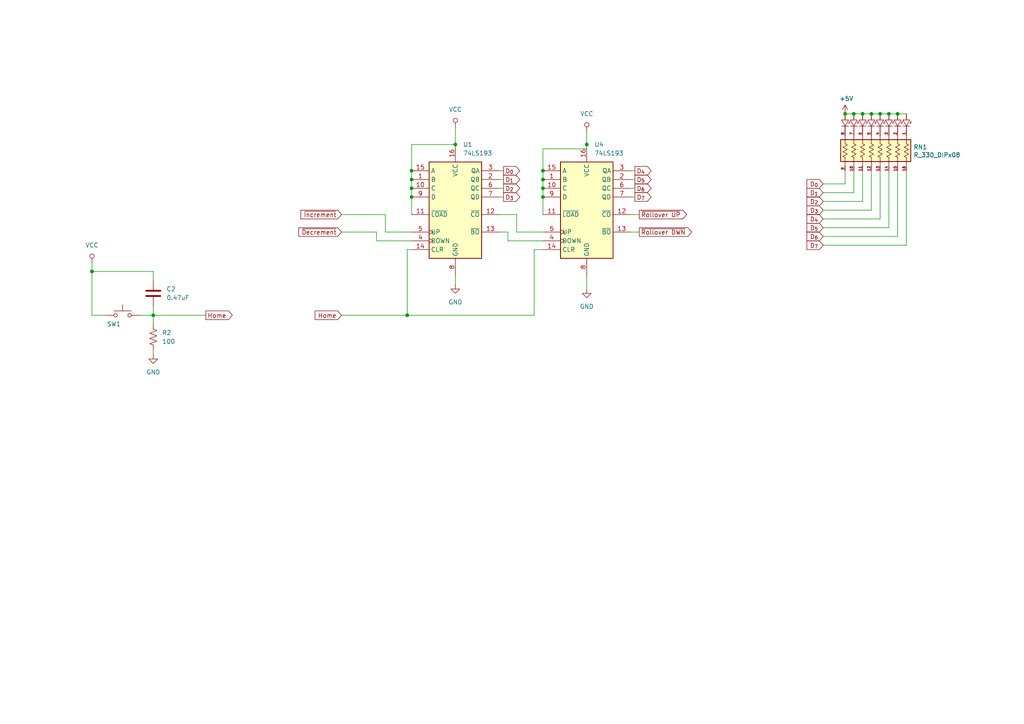
<source format=kicad_sch>
(kicad_sch (version 20230121) (generator eeschema)
  (paper "A4")
  (lib_symbols
    (symbol "00TJR:LED_small" (pin_numbers hide) (pin_names (offset 1.016) hide)
      (symbol "LED_small_0_1"
        (polyline (pts (xy -1.016 -2.286) (xy 1.016 -2.286)))
        (polyline (pts (xy 1.016 -1.27) (xy 1.4224 -0.8636)))
        (polyline (pts (xy 1.0414 -1.651) (xy 1.4478 -1.2446)))
        (polyline (pts (xy 0 -0.2032) (xy 0 -0.5334) (xy -0.0254 -0.5334)))
        (polyline (pts (xy -1.016 -0.508) (xy 1.016 -0.508) (xy 0 -2.286) (xy -1.016 -0.508)))
      )
      (symbol "LED_small_1_1"
        (pin passive line (at 0 -3.81 90) (length 1.4986) (name "K") (number "1"))
        (pin passive line (at 0 1.27 270) (length 1.4986) (name "A") (number "2"))
      )
    )
    (symbol "00TJR:R_Pack08_US" (pin_names (offset 0) hide)
      (property "Reference" "RN" (at -1.27 -11.43 0))
      (property "Value" "R_Pack08_US" (at -1.27 11.43 0))
      (symbol "R_Pack08_US_0_1"
        (polyline (pts (xy -3.81 -8.89) (xy -2.794 -8.89)))
        (polyline (pts (xy -3.81 -6.35) (xy -2.794 -6.35)))
        (polyline (pts (xy -3.81 -3.81) (xy -2.794 -3.81)))
        (polyline (pts (xy -3.81 -1.27) (xy -2.794 -1.27)))
        (polyline (pts (xy -3.81 1.27) (xy -2.794 1.27)))
        (polyline (pts (xy -3.81 3.81) (xy -2.794 3.81)))
        (polyline (pts (xy -3.81 6.35) (xy -2.794 6.35)))
        (polyline (pts (xy -3.81 8.89) (xy -2.794 8.89)))
        (polyline (pts (xy 1.2192 3.81) (xy 2.54 3.81)))
        (polyline (pts (xy 1.2192 6.35) (xy 2.54 6.35)))
        (polyline (pts (xy 1.2192 8.89) (xy 2.54 8.89)))
        (polyline (pts (xy 2.54 -8.89) (xy 1.2192 -8.89)))
        (polyline (pts (xy 2.54 -6.35) (xy 1.2192 -6.35)))
        (polyline (pts (xy 2.54 -3.81) (xy 1.2192 -3.81)))
        (polyline (pts (xy 2.54 -1.27) (xy 1.2192 -1.27)))
        (polyline (pts (xy 2.54 1.27) (xy 1.2192 1.27)))
        (polyline (pts (xy 3.81 -8.89) (xy 2.54 -8.89)))
        (polyline (pts (xy 3.81 -6.35) (xy 2.54 -6.35)))
        (polyline (pts (xy 3.81 -3.81) (xy 2.54 -3.81)))
        (polyline (pts (xy 3.81 -1.27) (xy 2.54 -1.27)))
        (polyline (pts (xy 3.81 1.27) (xy 2.54 1.27)))
        (polyline (pts (xy 3.81 3.81) (xy 2.54 3.81)))
        (polyline (pts (xy 3.81 6.35) (xy 2.54 6.35)))
        (polyline (pts (xy 3.81 8.89) (xy 2.54 8.89)))
        (polyline (pts (xy -2.7432 -8.89) (xy -2.413 -8.255) (xy -1.7526 -9.525) (xy -1.0922 -8.255) (xy -0.4318 -9.525) (xy 0.2286 -8.255) (xy 0.889 -9.525) (xy 1.2192 -8.89)))
        (polyline (pts (xy -2.7432 -6.35) (xy -2.413 -5.715) (xy -1.7526 -6.985) (xy -1.0922 -5.715) (xy -0.4318 -6.985) (xy 0.2286 -5.715) (xy 0.889 -6.985) (xy 1.2192 -6.35)))
        (polyline (pts (xy -2.7432 -3.81) (xy -2.413 -3.175) (xy -1.7526 -4.445) (xy -1.0922 -3.175) (xy -0.4318 -4.445) (xy 0.2286 -3.175) (xy 0.889 -4.445) (xy 1.2192 -3.81)))
        (polyline (pts (xy -2.7432 -1.27) (xy -2.413 -0.635) (xy -1.7526 -1.905) (xy -1.0922 -0.635) (xy -0.4318 -1.905) (xy 0.2286 -0.635) (xy 0.889 -1.905) (xy 1.2192 -1.27)))
        (polyline (pts (xy -2.7432 1.27) (xy -2.413 1.905) (xy -1.7526 0.635) (xy -1.0922 1.905) (xy -0.4318 0.635) (xy 0.2286 1.905) (xy 0.889 0.635) (xy 1.2192 1.27)))
        (polyline (pts (xy -2.7432 3.81) (xy -2.413 4.445) (xy -1.7526 3.175) (xy -1.0922 4.445) (xy -0.4318 3.175) (xy 0.2286 4.445) (xy 0.889 3.175) (xy 1.2192 3.81)))
        (polyline (pts (xy -2.7432 6.35) (xy -2.413 6.985) (xy -1.7526 5.715) (xy -1.0922 6.985) (xy -0.4318 5.715) (xy 0.2286 6.985) (xy 0.889 5.715) (xy 1.2192 6.35)))
        (polyline (pts (xy -2.7432 8.89) (xy -2.413 9.525) (xy -1.7526 8.255) (xy -1.0922 9.525) (xy -0.4318 8.255) (xy 0.2286 9.525) (xy 0.889 8.255) (xy 1.2192 8.89)))
        (rectangle (start 2.413 -10.16) (end -3.937 10.16) (stroke (width 0.254)) (fill (type background)))
      )
      (symbol "R_Pack08_US_1_1"
        (polyline (pts (xy -5.08 -8.89) (xy -3.7592 -8.89)))
        (polyline (pts (xy -5.08 -6.35) (xy -3.7592 -6.35)))
        (polyline (pts (xy -5.08 -3.81) (xy -3.7592 -3.81)))
        (polyline (pts (xy -5.08 -1.27) (xy -3.7592 -1.27)))
        (polyline (pts (xy -5.08 1.27) (xy -3.7592 1.27)))
        (polyline (pts (xy -3.7592 3.81) (xy -5.08 3.81)))
        (polyline (pts (xy -3.7592 6.35) (xy -5.08 6.35)))
        (polyline (pts (xy -3.7592 8.89) (xy -5.08 8.89)))
        (pin passive line (at -6.35 8.89 0) (length 1.27) (name "1") (number "1"))
        (pin passive line (at 5.08 -6.35 180) (length 1.27) (name "10") (number "10"))
        (pin passive line (at 5.08 -3.81 180) (length 1.27) (name "11") (number "11"))
        (pin passive line (at 5.08 -1.27 180) (length 1.27) (name "12") (number "12"))
        (pin passive line (at 5.08 1.27 180) (length 1.27) (name "13") (number "13"))
        (pin passive line (at 5.08 3.81 180) (length 1.27) (name "14") (number "14"))
        (pin passive line (at 5.08 6.35 180) (length 1.27) (name "15") (number "15"))
        (pin passive line (at 5.08 8.89 180) (length 1.27) (name "16") (number "16"))
        (pin passive line (at -6.35 6.35 0) (length 1.27) (name "2") (number "2"))
        (pin passive line (at -6.35 3.81 0) (length 1.27) (name "3") (number "3"))
        (pin passive line (at -6.35 1.27 0) (length 1.27) (name "4") (number "4"))
        (pin passive line (at -6.35 -1.27 0) (length 1.27) (name "5") (number "5"))
        (pin passive line (at -6.35 -3.81 0) (length 1.27) (name "6") (number "6"))
        (pin passive line (at -6.35 -6.35 0) (length 1.27) (name "7") (number "7"))
        (pin passive line (at -6.35 -8.89 0) (length 1.27) (name "8") (number "8"))
        (pin passive line (at 5.08 -8.89 180) (length 1.27) (name "9") (number "9"))
      )
    )
    (symbol "BJT-Amps-cache:power_VCC" (power) (pin_names (offset 0))
      (property "Value" "power_VCC" (at 0 3.81 0))
      (symbol "power_VCC_0_1"
        (polyline (pts (xy 0 0) (xy 0 1.27)))
        (circle (center 0 1.905) (radius 0.635))
      )
      (symbol "power_VCC_1_1"
        (pin power_in line (at 0 0 90) (length 0) hide (name "VCC") (number "1"))
      )
    )
    (symbol "F2018-cache:C" (pin_numbers hide) (pin_names (offset 0.254))
      (property "Reference" "C" (at 0.635 2.54 0))
      (property "Value" "C" (at 0.635 -2.54 0))
      (symbol "C_0_1"
        (polyline (pts (xy -2.032 -0.762) (xy 2.032 -0.762)) (stroke (width 0.508)))
        (polyline (pts (xy -2.032 0.762) (xy 2.032 0.762)) (stroke (width 0.508)))
      )
      (symbol "C_1_1"
        (pin passive line (at 0 3.81 270) (length 2.794) (name "~") (number "1"))
        (pin passive line (at 0 -3.81 90) (length 2.794) (name "~") (number "2"))
      )
    )
    (symbol "F2018-cache:GND" (power) (pin_names (offset 0))
      (property "Value" "GND" (at 0 -3.81 0))
      (symbol "GND_0_1"
        (polyline (pts (xy 0 0) (xy 0 -1.27) (xy 1.27 -1.27) (xy 0 -2.54) (xy -1.27 -1.27) (xy 0 -1.27)))
      )
      (symbol "GND_1_1"
        (pin power_in line (at 0 0 270) (length 0) hide (name "GND") (number "1"))
      )
    )
    (symbol "S2020-cache:74LS193"
      (property "Reference" "U" (at -7.62 13.97 0))
      (property "Value" "74LS193" (at 5.08 13.97 0))
      (symbol "74LS193_1_0"
        (pin input line (at -12.7 7.62 0) (length 5.08) (name "B") (number "1"))
        (pin input line (at -12.7 5.08 0) (length 5.08) (name "C") (number "10"))
        (pin input line (at -12.7 -2.54 0) (length 5.08) (name "~{LOAD}") (number "11"))
        (pin output line (at 12.7 -2.54 180) (length 5.08) (name "~{CO}") (number "12"))
        (pin output line (at 12.7 -7.62 180) (length 5.08) (name "~{BO}") (number "13"))
        (pin input line (at -12.7 -12.7 0) (length 5.08) (name "CLR") (number "14"))
        (pin input line (at -12.7 10.16 0) (length 5.08) (name "A") (number "15"))
        (pin power_in line (at 0 17.78 270) (length 5.08) (name "VCC") (number "16"))
        (pin output line (at 12.7 7.62 180) (length 5.08) (name "QB") (number "2"))
        (pin output line (at 12.7 10.16 180) (length 5.08) (name "QA") (number "3"))
        (pin input clock (at -12.7 -10.16 0) (length 5.08) (name "DOWN") (number "4"))
        (pin input clock (at -12.7 -7.62 0) (length 5.08) (name "UP") (number "5"))
        (pin output line (at 12.7 5.08 180) (length 5.08) (name "QC") (number "6"))
        (pin output line (at 12.7 2.54 180) (length 5.08) (name "QD") (number "7"))
        (pin power_in line (at 0 -20.32 90) (length 5.08) (name "GND") (number "8"))
        (pin input line (at -12.7 2.54 0) (length 5.08) (name "D") (number "9"))
      )
      (symbol "74LS193_1_1"
        (rectangle (start -7.62 12.7) (end 7.62 -15.24) (stroke (width 0.254)) (fill (type background)))
      )
    )
    (symbol "S2020-cache:Device_R_US" (pin_numbers hide) (pin_names (offset 0))
      (property "Reference" "R" (at 2.54 0 90))
      (property "Value" "Device_R_US" (at -2.54 0 90))
      (symbol "Device_R_US_0_1"
        (polyline (pts (xy 0 -2.286) (xy 0 -2.54)))
        (polyline (pts (xy 0 2.286) (xy 0 2.54)))
        (polyline (pts (xy 0 -0.762) (xy 1.016 -1.143) (xy 0 -1.524) (xy -1.016 -1.905) (xy 0 -2.286)))
        (polyline (pts (xy 0 0.762) (xy 1.016 0.381) (xy 0 0) (xy -1.016 -0.381) (xy 0 -0.762)))
        (polyline (pts (xy 0 2.286) (xy 1.016 1.905) (xy 0 1.524) (xy -1.016 1.143) (xy 0 0.762)))
      )
      (symbol "Device_R_US_1_1"
        (pin passive line (at 0 3.81 270) (length 1.27) (name "~") (number "1"))
        (pin passive line (at 0 -3.81 90) (length 1.27) (name "~") (number "2"))
      )
    )
    (symbol "S2020-cache:Switch_SW_Push" (pin_numbers hide) (pin_names (offset 1.016) hide)
      (property "Reference" "SW" (at 1.27 2.54 0))
      (property "Value" "Switch_SW_Push" (at 0 -1.524 0))
      (symbol "Switch_SW_Push_0_1"
        (circle (center -2.032 0) (radius 0.508))
        (polyline (pts (xy 0 1.27) (xy 0 3.048)))
        (polyline (pts (xy 2.54 1.27) (xy -2.54 1.27)))
        (circle (center 2.032 0) (radius 0.508))
        (pin passive line (at -5.08 0 0) (length 2.54) (name "1") (number "1"))
        (pin passive line (at 5.08 0 180) (length 2.54) (name "2") (number "2"))
      )
    )
    (symbol "power:+5V" (power) (pin_names (offset 0))
      (property "Value" "power_+5V" (at 0 3.556 0))
      (symbol "+5V_0_1"
        (polyline (pts (xy -0.762 1.27) (xy 0 2.54)))
        (polyline (pts (xy 0 0) (xy 0 2.54)))
        (polyline (pts (xy 0 2.54) (xy 0.762 1.27)))
      )
      (symbol "+5V_1_1"
        (pin power_in line (at 0 0 90) (length 0) hide (name "+5V") (number "1"))
      )
    )
  )
  (junction (at 157.48 52.07))
  (junction (at 255.27 33.02))
  (junction (at 157.48 49.53))
  (junction (at 118.11 91.44))
  (junction (at 257.81 33.02))
  (junction (at 119.38 52.07))
  (junction (at 26.67 78.74))
  (junction (at 119.38 57.15))
  (junction (at 252.73 33.02))
  (junction (at 119.38 54.61))
  (junction (at 132.08 41.91))
  (junction (at 44.45 91.44))
  (junction (at 170.18 41.91))
  (junction (at 157.48 54.61))
  (junction (at 119.38 49.53))
  (junction (at 247.65 33.02))
  (junction (at 157.48 57.15))
  (junction (at 250.19 33.02))
  (junction (at 260.35 33.02))
  (junction (at 245.11 33.02))
  (wire (pts (xy 238.76 71.12) (xy 262.89 71.12)))
  (wire (pts (xy 255.27 63.5) (xy 255.27 49.53)))
  (wire (pts (xy 185.42 62.23) (xy 182.88 62.23)))
  (wire (pts (xy 252.73 33.02) (xy 250.19 33.02)))
  (wire (pts (xy 238.76 68.58) (xy 260.35 68.58)))
  (wire (pts (xy 154.94 72.39) (xy 157.48 72.39)))
  (wire (pts (xy 99.06 91.44) (xy 118.11 91.44)))
  (wire (pts (xy 252.73 60.96) (xy 252.73 49.53)))
  (wire (pts (xy 157.48 43.18) (xy 170.18 43.18)))
  (wire (pts (xy 257.81 66.04) (xy 257.81 49.53)))
  (wire (pts (xy 182.88 49.53) (xy 184.15 49.53)))
  (wire (pts (xy 44.45 102.87) (xy 44.45 101.6)))
  (wire (pts (xy 144.78 54.61) (xy 146.05 54.61)))
  (wire (pts (xy 118.11 72.39) (xy 118.11 91.44)))
  (wire (pts (xy 119.38 57.15) (xy 119.38 54.61)))
  (wire (pts (xy 109.22 69.85) (xy 119.38 69.85)))
  (wire (pts (xy 238.76 63.5) (xy 255.27 63.5)))
  (wire (pts (xy 182.88 52.07) (xy 184.15 52.07)))
  (wire (pts (xy 245.11 53.34) (xy 245.11 49.53)))
  (wire (pts (xy 59.69 91.44) (xy 44.45 91.44)))
  (wire (pts (xy 149.86 67.31) (xy 157.48 67.31)))
  (wire (pts (xy 170.18 41.91) (xy 170.18 43.18)))
  (wire (pts (xy 260.35 68.58) (xy 260.35 49.53)))
  (wire (pts (xy 170.18 38.1) (xy 170.18 41.91)))
  (wire (pts (xy 147.32 67.31) (xy 144.78 67.31)))
  (wire (pts (xy 250.19 33.02) (xy 247.65 33.02)))
  (wire (pts (xy 119.38 62.23) (xy 119.38 57.15)))
  (wire (pts (xy 26.67 78.74) (xy 26.67 91.44)))
  (wire (pts (xy 260.35 33.02) (xy 257.81 33.02)))
  (wire (pts (xy 147.32 67.31) (xy 147.32 69.85)))
  (wire (pts (xy 157.48 57.15) (xy 157.48 62.23)))
  (wire (pts (xy 26.67 78.74) (xy 44.45 78.74)))
  (wire (pts (xy 247.65 33.02) (xy 245.11 33.02)))
  (wire (pts (xy 238.76 55.88) (xy 247.65 55.88)))
  (wire (pts (xy 250.19 58.42) (xy 250.19 49.53)))
  (wire (pts (xy 111.76 67.31) (xy 119.38 67.31)))
  (wire (pts (xy 255.27 33.02) (xy 252.73 33.02)))
  (wire (pts (xy 257.81 33.02) (xy 255.27 33.02)))
  (wire (pts (xy 44.45 81.28) (xy 44.45 78.74)))
  (wire (pts (xy 238.76 58.42) (xy 250.19 58.42)))
  (wire (pts (xy 157.48 54.61) (xy 157.48 57.15)))
  (wire (pts (xy 182.88 54.61) (xy 184.15 54.61)))
  (wire (pts (xy 149.86 62.23) (xy 144.78 62.23)))
  (wire (pts (xy 26.67 91.44) (xy 30.48 91.44)))
  (wire (pts (xy 44.45 88.9) (xy 44.45 91.44)))
  (wire (pts (xy 154.94 72.39) (xy 154.94 91.44)))
  (wire (pts (xy 157.48 52.07) (xy 157.48 54.61)))
  (wire (pts (xy 170.18 83.82) (xy 170.18 80.01)))
  (wire (pts (xy 157.48 49.53) (xy 157.48 52.07)))
  (wire (pts (xy 40.64 91.44) (xy 44.45 91.44)))
  (wire (pts (xy 149.86 62.23) (xy 149.86 67.31)))
  (wire (pts (xy 262.89 33.02) (xy 260.35 33.02)))
  (wire (pts (xy 262.89 71.12) (xy 262.89 49.53)))
  (wire (pts (xy 157.48 49.53) (xy 157.48 43.18)))
  (wire (pts (xy 185.42 67.31) (xy 182.88 67.31)))
  (wire (pts (xy 182.88 57.15) (xy 184.15 57.15)))
  (wire (pts (xy 26.67 76.2) (xy 26.67 78.74)))
  (wire (pts (xy 147.32 69.85) (xy 157.48 69.85)))
  (wire (pts (xy 144.78 57.15) (xy 146.05 57.15)))
  (wire (pts (xy 238.76 53.34) (xy 245.11 53.34)))
  (wire (pts (xy 144.78 52.07) (xy 146.05 52.07)))
  (wire (pts (xy 119.38 49.53) (xy 119.38 41.91)))
  (wire (pts (xy 111.76 62.23) (xy 111.76 67.31)))
  (wire (pts (xy 119.38 54.61) (xy 119.38 52.07)))
  (wire (pts (xy 109.22 67.31) (xy 109.22 69.85)))
  (wire (pts (xy 44.45 93.98) (xy 44.45 91.44)))
  (wire (pts (xy 118.11 72.39) (xy 119.38 72.39)))
  (wire (pts (xy 144.78 49.53) (xy 146.05 49.53)))
  (wire (pts (xy 119.38 41.91) (xy 132.08 41.91)))
  (wire (pts (xy 238.76 60.96) (xy 252.73 60.96)))
  (wire (pts (xy 99.06 62.23) (xy 111.76 62.23)))
  (wire (pts (xy 132.08 36.83) (xy 132.08 41.91)))
  (wire (pts (xy 247.65 55.88) (xy 247.65 49.53)))
  (wire (pts (xy 118.11 91.44) (xy 154.94 91.44)))
  (wire (pts (xy 119.38 52.07) (xy 119.38 49.53)))
  (wire (pts (xy 132.08 82.55) (xy 132.08 80.01)))
  (wire (pts (xy 238.76 66.04) (xy 257.81 66.04)))
  (wire (pts (xy 99.06 67.31) (xy 109.22 67.31)))
  (global_label "D_{7}" (shape input) (at 238.76 71.12 180) (property "Intersheetrefs" "${INTERSHEET_REFS}" (effects hide)))
  (global_label "Home" (shape input) (at 99.06 91.44 180) (property "Intersheetrefs" "${INTERSHEET_REFS}" (effects hide)))
  (global_label "D_{7}" (shape output) (at 184.15 57.15 0) (property "Intersheetrefs" "${INTERSHEET_REFS}" (effects hide)))
  (global_label "D_{1}" (shape input) (at 238.76 55.88 180) (property "Intersheetrefs" "${INTERSHEET_REFS}" (effects hide)))
  (global_label "D_{0}" (shape output) (at 146.05 49.53 0) (property "Intersheetrefs" "${INTERSHEET_REFS}" (effects hide)))
  (global_label "D_{1}" (shape output) (at 146.05 52.07 0) (property "Intersheetrefs" "${INTERSHEET_REFS}" (effects hide)))
  (global_label "D_{3}" (shape input) (at 238.76 60.96 180) (property "Intersheetrefs" "${INTERSHEET_REFS}" (effects hide)))
  (global_label "D_{4}" (shape output) (at 184.15 49.53 0) (property "Intersheetrefs" "${INTERSHEET_REFS}" (effects hide)))
  (global_label "~{Rollover UP}" (shape output) (at 185.42 62.23 0) (property "Intersheetrefs" "${INTERSHEET_REFS}" (effects hide)))
  (global_label "Home" (shape output) (at 59.69 91.44 0) (property "Intersheetrefs" "${INTERSHEET_REFS}" (effects hide)))
  (global_label "D_{6}" (shape input) (at 238.76 68.58 180) (property "Intersheetrefs" "${INTERSHEET_REFS}" (effects hide)))
  (global_label "D_{2}" (shape output) (at 146.05 54.61 0) (property "Intersheetrefs" "${INTERSHEET_REFS}" (effects hide)))
  (global_label "~{Decrement}" (shape input) (at 99.06 67.31 180) (property "Intersheetrefs" "${INTERSHEET_REFS}" (effects hide)))
  (global_label "D_{4}" (shape input) (at 238.76 63.5 180) (property "Intersheetrefs" "${INTERSHEET_REFS}" (effects hide)))
  (global_label "D_{5}" (shape output) (at 184.15 52.07 0) (property "Intersheetrefs" "${INTERSHEET_REFS}" (effects hide)))
  (global_label "D_{0}" (shape input) (at 238.76 53.34 180) (property "Intersheetrefs" "${INTERSHEET_REFS}" (effects hide)))
  (global_label "~{Increment}" (shape input) (at 99.06 62.23 180) (property "Intersheetrefs" "${INTERSHEET_REFS}" (effects hide)))
  (global_label "D_{3}" (shape output) (at 146.05 57.15 0) (property "Intersheetrefs" "${INTERSHEET_REFS}" (effects hide)))
  (global_label "D_{6}" (shape output) (at 184.15 54.61 0) (property "Intersheetrefs" "${INTERSHEET_REFS}" (effects hide)))
  (global_label "~{Rollover DWN}" (shape output) (at 185.42 67.31 0) (property "Intersheetrefs" "${INTERSHEET_REFS}" (effects hide)))
  (global_label "D_{2}" (shape input) (at 238.76 58.42 180) (property "Intersheetrefs" "${INTERSHEET_REFS}" (effects hide)))
  (global_label "D_{5}" (shape input) (at 238.76 66.04 180) (property "Intersheetrefs" "${INTERSHEET_REFS}" (effects hide)))
  (symbol (lib_id "00TJR:R_Pack08_US") (at 254 44.45 270) (unit 1)
    (property "Reference" "RN1" (at 264.922 42.6466 90) (effects (justify left)))
    (property "Value" "R_330_DIPx08" (at 264.922 44.958 90) (effects (justify left)))
    (property "Footprint" "Resistor_THT:R_Array_SIP9" (effects hide))
    (property "Datasheet" "http://www.vishay.com/docs/31509/csc.pdf" (effects hide))
  )
  (symbol (lib_id "S2020-cache:Switch_SW_Push") (at 35.56 91.44 0) (unit 1)
    (property "Reference" "SW1" (at 33.02 93.98 0))
    (property "Value" "Switch_SW_Push" (effects hide))
  )
  (symbol (lib_id "00TJR:LED_small") (at 250.19 34.29 0) (unit 1)
    (property "Reference" "D4" (effects hide))
    (property "Value" "LED_small" (effects hide))
  )
  (symbol (lib_id "00TJR:LED_small") (at 247.65 34.29 0) (unit 1)
    (property "Reference" "D3" (effects hide))
    (property "Value" "LED_small" (effects hide))
  )
  (symbol (lib_id "power:+5V") (at 245.11 33.02 0) (unit 1)
    (property "Reference" "#PWR09" (effects hide))
    (property "Value" "+5V" (at 245.491 28.6258 0))
  )
  (symbol (lib_id "BJT-Amps-cache:power_VCC") (at 170.18 38.1 0) (unit 1)
    (property "Reference" "#PWR06" (effects hide))
    (property "Value" "power_VCC" (at 170.18 33.02 0))
  )
  (symbol (lib_id "F2018-cache:GND") (at 170.18 83.82 0) (unit 1)
    (property "Reference" "#PWR08" (effects hide))
    (property "Value" "GND" (at 170.18 88.9 0))
  )
  (symbol (lib_id "BJT-Amps-cache:power_VCC") (at 132.08 36.83 0) (unit 1)
    (property "Reference" "#PWR02" (effects hide))
    (property "Value" "power_VCC" (at 132.08 31.75 0))
  )
  (symbol (lib_id "00TJR:LED_small") (at 252.73 34.29 0) (unit 1)
    (property "Reference" "D5" (effects hide))
    (property "Value" "LED_small" (effects hide))
  )
  (symbol (lib_id "F2018-cache:GND") (at 132.08 82.55 0) (unit 1)
    (property "Reference" "#PWR04" (effects hide))
    (property "Value" "GND" (at 132.08 87.63 0))
  )
  (symbol (lib_id "S2020-cache:74LS193") (at 170.18 59.69 0) (unit 1)
    (property "Reference" "U4" (at 172.3741 41.91 0) (effects (justify left)))
    (property "Value" "74LS193" (at 172.3741 44.45 0) (effects (justify left)))
  )
  (symbol (lib_id "00TJR:LED_small") (at 255.27 34.29 0) (unit 1)
    (property "Reference" "D6" (effects hide))
    (property "Value" "LED_small" (effects hide))
  )
  (symbol (lib_id "00TJR:LED_small") (at 257.81 34.29 0) (unit 1)
    (property "Reference" "D7" (effects hide))
    (property "Value" "LED_small" (effects hide))
  )
  (symbol (lib_id "S2020-cache:Device_R_US") (at 44.45 97.79 0) (unit 1)
    (property "Reference" "R2" (at 46.99 96.52 0) (effects (justify left)))
    (property "Value" "100" (at 46.99 99.06 0) (effects (justify left)))
  )
  (symbol (lib_id "00TJR:LED_small") (at 245.11 34.29 0) (unit 1)
    (property "Reference" "D1" (effects hide))
    (property "Value" "LED_small" (effects hide))
  )
  (symbol (lib_id "S2020-cache:74LS193") (at 132.08 59.69 0) (unit 1)
    (property "Reference" "U1" (at 134.2741 41.91 0) (effects (justify left)))
    (property "Value" "74LS193" (at 134.2741 44.45 0) (effects (justify left)))
  )
  (symbol (lib_id "BJT-Amps-cache:power_VCC") (at 26.67 76.2 0) (unit 1)
    (property "Reference" "#PWR05" (effects hide))
    (property "Value" "power_VCC" (at 26.67 71.12 0))
  )
  (symbol (lib_id "00TJR:LED_small") (at 260.35 34.29 0) (unit 1)
    (property "Reference" "D8" (effects hide))
    (property "Value" "LED_small" (effects hide))
  )
  (symbol (lib_id "F2018-cache:C") (at 44.45 85.09 0) (unit 1)
    (property "Reference" "C2" (at 48.26 83.82 0) (effects (justify left)))
    (property "Value" "0.47uF" (at 48.26 86.36 0) (effects (justify left)))
  )
  (symbol (lib_id "00TJR:LED_small") (at 262.89 34.29 0) (unit 1)
    (property "Reference" "D9" (effects hide))
    (property "Value" "LED_small" (effects hide))
  )
  (symbol (lib_id "F2018-cache:GND") (at 44.45 102.87 0) (unit 1)
    (property "Reference" "#PWR07" (effects hide))
    (property "Value" "GND" (at 44.45 107.95 0))
  )
)
</source>
